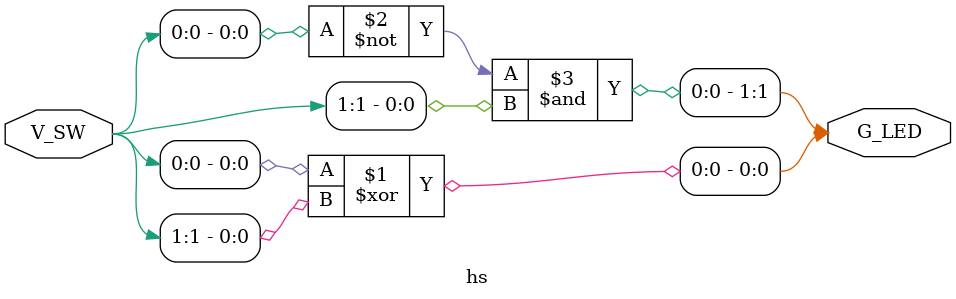
<source format=v>
module hs(V_SW , G_LED);
input [0:1] V_SW;
output  [0:1] G_LED;
assign G_LED[0] =  V_SW[0]^V_SW[1];
//difference output
assign G_LED[1] = ~V_SW[0]&V_SW[1]; 
//borrow output
endmodule

</source>
